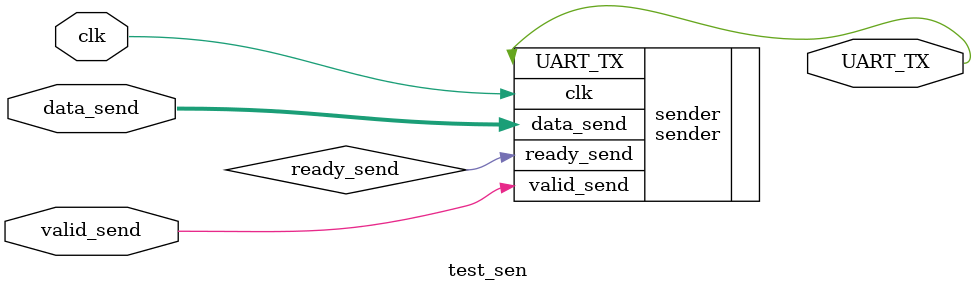
<source format=v>
module test_sen(
	input wire	clk,
	input wire valid_send,
	input wire [7:0] data_send,
	output wire UART_TX
);
  wire [0:0] ready_send;
sender  #(.CLK_PER_HALF_BIT(434)) sender (.clk(clk),.UART_TX(UART_TX),.valid_send(valid_send),.data_send(data_send),.ready_send(ready_send));
endmodule

</source>
